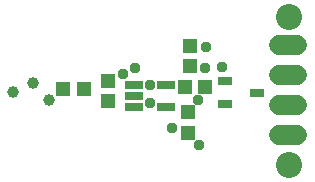
<source format=gbr>
G04 EAGLE Gerber RS-274X export*
G75*
%MOMM*%
%FSLAX34Y34*%
%LPD*%
%AMOC8*
5,1,8,0,0,1.08239X$1,22.5*%
G01*
%ADD10C,2.203200*%
%ADD11R,1.203200X0.803200*%
%ADD12R,1.524000X0.762000*%
%ADD13R,1.203200X1.303200*%
%ADD14R,1.303200X1.203200*%
%ADD15R,1.283200X1.253200*%
%ADD16C,1.727200*%
%ADD17R,1.253200X1.283200*%
%ADD18C,0.990600*%
%ADD19C,0.959600*%


D10*
X168750Y-50000D03*
X168750Y75000D03*
D11*
X141388Y10975D03*
X114388Y20475D03*
X114388Y1475D03*
D12*
X37397Y-1448D03*
X37397Y7950D03*
X37397Y17348D03*
X64829Y17348D03*
X64829Y-1448D03*
D13*
X80338Y16020D03*
X97338Y16020D03*
D14*
X84675Y50663D03*
X84675Y33663D03*
D15*
X82708Y-5545D03*
X82708Y-23045D03*
D16*
X160505Y51250D02*
X175745Y51250D01*
X175745Y25850D02*
X160505Y25850D01*
X160505Y450D02*
X175745Y450D01*
X175745Y-24950D02*
X160505Y-24950D01*
D17*
X-22378Y14123D03*
X-4878Y14123D03*
D14*
X15663Y20963D03*
X15663Y3963D03*
D18*
X-48260Y19050D03*
D19*
X91440Y5080D03*
X111760Y33020D03*
X69850Y-19050D03*
D18*
X-34290Y5080D03*
D19*
X97790Y31750D03*
X92710Y-33020D03*
X50800Y17780D03*
X98069Y49530D03*
X38100Y31750D03*
X50800Y2540D03*
X27739Y26670D03*
D18*
X-64770Y11430D03*
M02*

</source>
